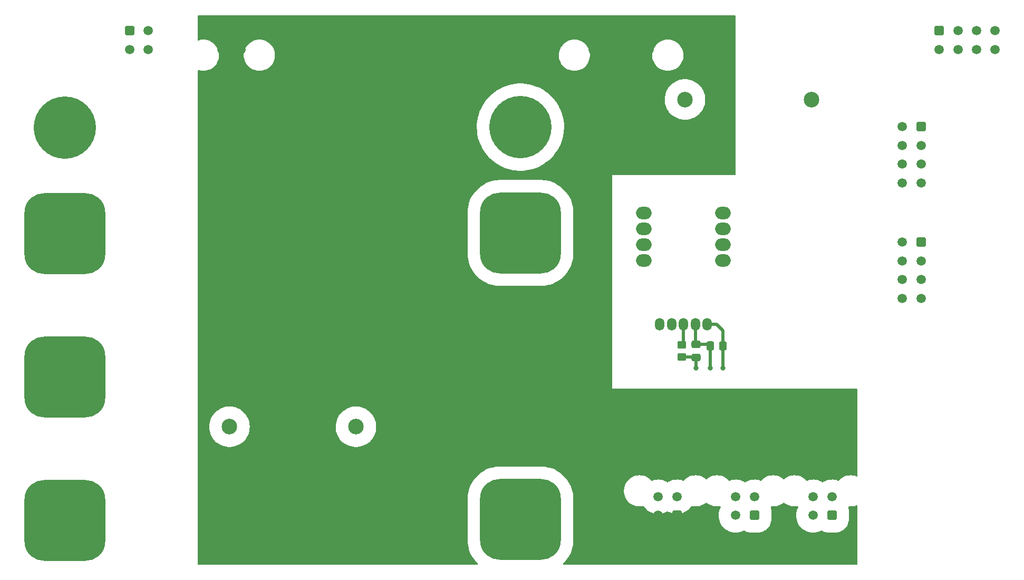
<source format=gbr>
%TF.GenerationSoftware,KiCad,Pcbnew,(6.0.1)*%
%TF.CreationDate,2022-06-01T15:29:14+03:00*%
%TF.ProjectId,Power,506f7765-722e-46b6-9963-61645f706362,rev?*%
%TF.SameCoordinates,Original*%
%TF.FileFunction,Copper,L4,Bot*%
%TF.FilePolarity,Positive*%
%FSLAX46Y46*%
G04 Gerber Fmt 4.6, Leading zero omitted, Abs format (unit mm)*
G04 Created by KiCad (PCBNEW (6.0.1)) date 2022-06-01 15:29:14*
%MOMM*%
%LPD*%
G01*
G04 APERTURE LIST*
G04 Aperture macros list*
%AMRoundRect*
0 Rectangle with rounded corners*
0 $1 Rounding radius*
0 $2 $3 $4 $5 $6 $7 $8 $9 X,Y pos of 4 corners*
0 Add a 4 corners polygon primitive as box body*
4,1,4,$2,$3,$4,$5,$6,$7,$8,$9,$2,$3,0*
0 Add four circle primitives for the rounded corners*
1,1,$1+$1,$2,$3*
1,1,$1+$1,$4,$5*
1,1,$1+$1,$6,$7*
1,1,$1+$1,$8,$9*
0 Add four rect primitives between the rounded corners*
20,1,$1+$1,$2,$3,$4,$5,0*
20,1,$1+$1,$4,$5,$6,$7,0*
20,1,$1+$1,$6,$7,$8,$9,0*
20,1,$1+$1,$8,$9,$2,$3,0*%
G04 Aperture macros list end*
%TA.AperFunction,ComponentPad*%
%ADD10RoundRect,0.250001X-0.499999X0.499999X-0.499999X-0.499999X0.499999X-0.499999X0.499999X0.499999X0*%
%TD*%
%TA.AperFunction,ComponentPad*%
%ADD11C,1.500000*%
%TD*%
%TA.AperFunction,ComponentPad*%
%ADD12RoundRect,0.250001X0.499999X0.499999X-0.499999X0.499999X-0.499999X-0.499999X0.499999X-0.499999X0*%
%TD*%
%TA.AperFunction,WasherPad*%
%ADD13C,10.000000*%
%TD*%
%TA.AperFunction,ComponentPad*%
%ADD14RoundRect,3.250000X-3.250000X-3.250000X3.250000X-3.250000X3.250000X3.250000X-3.250000X3.250000X0*%
%TD*%
%TA.AperFunction,ComponentPad*%
%ADD15C,2.500000*%
%TD*%
%TA.AperFunction,ComponentPad*%
%ADD16RoundRect,0.250001X-0.499999X-0.499999X0.499999X-0.499999X0.499999X0.499999X-0.499999X0.499999X0*%
%TD*%
%TA.AperFunction,SMDPad,CuDef*%
%ADD17RoundRect,0.250000X-0.450000X0.350000X-0.450000X-0.350000X0.450000X-0.350000X0.450000X0.350000X0*%
%TD*%
%TA.AperFunction,ComponentPad*%
%ADD18O,2.500000X2.000000*%
%TD*%
%TA.AperFunction,ComponentPad*%
%ADD19O,1.500000X2.000000*%
%TD*%
%TA.AperFunction,SMDPad,CuDef*%
%ADD20RoundRect,0.250000X0.475000X-0.337500X0.475000X0.337500X-0.475000X0.337500X-0.475000X-0.337500X0*%
%TD*%
%TA.AperFunction,SMDPad,CuDef*%
%ADD21RoundRect,0.250000X0.337500X0.475000X-0.337500X0.475000X-0.337500X-0.475000X0.337500X-0.475000X0*%
%TD*%
%TA.AperFunction,ViaPad*%
%ADD22C,0.800000*%
%TD*%
%TA.AperFunction,Conductor*%
%ADD23C,0.500000*%
%TD*%
G04 APERTURE END LIST*
D10*
%TO.P,J3,1,Pin_1*%
%TO.N,LPSR_IN*%
X218500000Y-87956000D03*
D11*
%TO.P,J3,2,Pin_2*%
X218500000Y-90956000D03*
%TO.P,J3,3,Pin_3*%
X218500000Y-93956000D03*
%TO.P,J3,4,Pin_4*%
X218500000Y-96956000D03*
%TO.P,J3,5,Pin_5*%
X215500000Y-87956000D03*
%TO.P,J3,6,Pin_6*%
X215500000Y-90956000D03*
%TO.P,J3,7,Pin_7*%
X215500000Y-93956000D03*
%TO.P,J3,8,Pin_8*%
X215500000Y-96956000D03*
%TD*%
D12*
%TO.P,J9,1,Pin_1*%
%TO.N,GND*%
X191746000Y-131826000D03*
D11*
%TO.P,J9,2,Pin_2*%
%TO.N,Current_Measure*%
X188746000Y-131826000D03*
%TO.P,J9,3,Pin_3*%
%TO.N,GND*%
X191746000Y-128826000D03*
%TO.P,J9,4,Pin_4*%
%TO.N,Current_Measure*%
X188746000Y-128826000D03*
%TD*%
D12*
%TO.P,J10,1,Pin_1*%
%TO.N,GNDPWR*%
X179300000Y-131826000D03*
D11*
%TO.P,J10,2,Pin_2*%
X176300000Y-131826000D03*
%TO.P,J10,3,Pin_3*%
%TO.N,Voltage_IN*%
X179300000Y-128826000D03*
%TO.P,J10,4,Pin_4*%
%TO.N,Voltage_OUT*%
X176300000Y-128826000D03*
%TD*%
D13*
%TO.P,D2,*%
%TO.N,*%
X81026000Y-69596000D03*
D14*
%TO.P,D2,1,E1*%
%TO.N,Net-(D2-Pad1)*%
X81026000Y-86596000D03*
%TO.P,D2,2,E2*%
%TO.N,Net-(C21-Pad1)*%
X81026000Y-109596000D03*
%TO.P,D2,3,K1*%
%TO.N,unconnected-(D2-Pad3)*%
X81026000Y-132596000D03*
%TD*%
D15*
%TO.P,C24,1*%
%TO.N,Voltage_IN*%
X200894000Y-65031000D03*
X180594000Y-65031000D03*
%TO.P,C24,2*%
%TO.N,GNDPWR*%
X180594000Y-117531000D03*
X200894000Y-117531000D03*
%TD*%
D16*
%TO.P,J1,1,Pin_1*%
%TO.N,Voltage_OUT*%
X91440000Y-54000000D03*
D11*
%TO.P,J1,2,Pin_2*%
X94440000Y-54000000D03*
%TO.P,J1,3,Pin_3*%
X91440000Y-57000000D03*
%TO.P,J1,4,Pin_4*%
X94440000Y-57000000D03*
%TD*%
D16*
%TO.P,J6,1,Pin_1*%
%TO.N,GNDPWR*%
X165840000Y-54000000D03*
D11*
%TO.P,J6,2,Pin_2*%
X168840000Y-54000000D03*
%TO.P,J6,3,Pin_3*%
X171840000Y-54000000D03*
%TO.P,J6,4,Pin_4*%
X174840000Y-54000000D03*
%TO.P,J6,5,Pin_5*%
X165840000Y-57000000D03*
%TO.P,J6,6,Pin_6*%
X168840000Y-57000000D03*
%TO.P,J6,7,Pin_7*%
X171840000Y-57000000D03*
%TO.P,J6,8,Pin_8*%
X174840000Y-57000000D03*
%TD*%
D12*
%TO.P,J8,1,Pin_1*%
%TO.N,+5V*%
X204192000Y-131826000D03*
D11*
%TO.P,J8,2,Pin_2*%
%TO.N,GND*%
X201192000Y-131826000D03*
%TO.P,J8,3,Pin_3*%
%TO.N,+5V*%
X204192000Y-128826000D03*
%TO.P,J8,4,Pin_4*%
%TO.N,GND*%
X201192000Y-128826000D03*
%TD*%
D15*
%TO.P,C21,1*%
%TO.N,Net-(C21-Pad1)*%
X107462000Y-117595000D03*
X127762000Y-117595000D03*
%TO.P,C21,2*%
%TO.N,GNDPWR*%
X107462000Y-65095000D03*
X127762000Y-65095000D03*
%TD*%
D10*
%TO.P,J4,1,Pin_1*%
%TO.N,Voltage_IN*%
X218500000Y-69414000D03*
D11*
%TO.P,J4,2,Pin_2*%
X218500000Y-72414000D03*
%TO.P,J4,3,Pin_3*%
X218500000Y-75414000D03*
%TO.P,J4,4,Pin_4*%
X218500000Y-78414000D03*
%TO.P,J4,5,Pin_5*%
X215500000Y-69414000D03*
%TO.P,J4,6,Pin_6*%
X215500000Y-72414000D03*
%TO.P,J4,7,Pin_7*%
X215500000Y-75414000D03*
%TO.P,J4,8,Pin_8*%
X215500000Y-78414000D03*
%TD*%
D13*
%TO.P,D1,*%
%TO.N,*%
X154178000Y-69474000D03*
D14*
%TO.P,D1,1,E1*%
%TO.N,LPSR_OUT*%
X154178000Y-86474000D03*
%TO.P,D1,2,E2*%
%TO.N,GNDPWR*%
X154178000Y-109474000D03*
%TO.P,D1,3,K1*%
%TO.N,Net-(C21-Pad1)*%
X154178000Y-132474000D03*
%TD*%
D16*
%TO.P,J5,1,Pin_1*%
%TO.N,Voltage_IN*%
X221414000Y-54000000D03*
D11*
%TO.P,J5,2,Pin_2*%
X224414000Y-54000000D03*
%TO.P,J5,3,Pin_3*%
X227414000Y-54000000D03*
%TO.P,J5,4,Pin_4*%
X230414000Y-54000000D03*
%TO.P,J5,5,Pin_5*%
X221414000Y-57000000D03*
%TO.P,J5,6,Pin_6*%
X224414000Y-57000000D03*
%TO.P,J5,7,Pin_7*%
X227414000Y-57000000D03*
%TO.P,J5,8,Pin_8*%
X230414000Y-57000000D03*
%TD*%
D16*
%TO.P,J2,1,Pin_1*%
%TO.N,GNDPWR*%
X106262000Y-54000000D03*
D11*
%TO.P,J2,2,Pin_2*%
X109262000Y-54000000D03*
%TO.P,J2,3,Pin_3*%
X106262000Y-57000000D03*
%TO.P,J2,4,Pin_4*%
X109262000Y-57000000D03*
%TD*%
D17*
%TO.P,R4,1*%
%TO.N,Net-(D4-Pad11)*%
X180086000Y-104410000D03*
%TO.P,R4,2*%
%TO.N,Current_Measure*%
X180086000Y-106410000D03*
%TD*%
D18*
%TO.P,D4,1,INPUT_CURRENT*%
%TO.N,LPSR_IN*%
X186690000Y-83312000D03*
%TO.P,D4,2,INPUT_CURRENT*%
X186690000Y-85852000D03*
%TO.P,D4,3,INPUT_CURRENT*%
X186690000Y-88392000D03*
%TO.P,D4,4,INPUT_CURRENT*%
X186690000Y-90932000D03*
%TO.P,D4,5,OUTPUT_CURRENT*%
%TO.N,LPSR_OUT*%
X173990000Y-83312000D03*
%TO.P,D4,6,OUTPUT_CURRENT*%
X173990000Y-85852000D03*
%TO.P,D4,7,OUTPUT_CURRENT*%
X173990000Y-88392000D03*
%TO.P,D4,8,OUTPUT_CURRENT*%
X173990000Y-90932000D03*
D19*
%TO.P,D4,9,+Uc*%
%TO.N,+5V*%
X184150000Y-101102000D03*
%TO.P,D4,10,GND*%
%TO.N,GND*%
X182245000Y-101102000D03*
%TO.P,D4,11,Vout*%
%TO.N,Net-(D4-Pad11)*%
X180340000Y-101102000D03*
%TO.P,D4,12,Vref*%
%TO.N,unconnected-(D4-Pad12)*%
X178435000Y-101102000D03*
%TO.P,D4,13,OCD*%
%TO.N,unconnected-(D4-Pad13)*%
X176530000Y-101102000D03*
%TD*%
D20*
%TO.P,C7,1*%
%TO.N,Current_Measure*%
X182372000Y-106447500D03*
%TO.P,C7,2*%
%TO.N,GND*%
X182372000Y-104372500D03*
%TD*%
D21*
%TO.P,C3,1*%
%TO.N,+5V*%
X186711500Y-104648000D03*
%TO.P,C3,2*%
%TO.N,GND*%
X184636500Y-104648000D03*
%TD*%
D22*
%TO.N,Current_Measure*%
X182372000Y-108204000D03*
%TO.N,+5V*%
X186711500Y-108182500D03*
%TO.N,GND*%
X184658000Y-108204000D03*
%TD*%
D23*
%TO.N,Current_Measure*%
X180086000Y-106410000D02*
X182334500Y-106410000D01*
X182372000Y-106447500D02*
X182372000Y-108204000D01*
X182334500Y-106410000D02*
X182372000Y-106447500D01*
%TO.N,+5V*%
X186711500Y-104648000D02*
X186711500Y-102129500D01*
X186711500Y-102129500D02*
X185684000Y-101102000D01*
X185684000Y-101102000D02*
X184150000Y-101102000D01*
X186711500Y-104648000D02*
X186711500Y-108182500D01*
%TO.N,GND*%
X184361000Y-104372500D02*
X184636500Y-104648000D01*
X182372000Y-104372500D02*
X184361000Y-104372500D01*
X182245000Y-104245500D02*
X182372000Y-104372500D01*
X182245000Y-101102000D02*
X182245000Y-104245500D01*
X184636500Y-104648000D02*
X184636500Y-108182500D01*
X184636500Y-108182500D02*
X184658000Y-108204000D01*
%TO.N,Net-(D4-Pad11)*%
X180340000Y-101102000D02*
X180340000Y-104156000D01*
X180340000Y-104156000D02*
X180086000Y-104410000D01*
%TD*%
%TA.AperFunction,Conductor*%
%TO.N,GNDPWR*%
G36*
X188664121Y-51550002D02*
G01*
X188710614Y-51603658D01*
X188722000Y-51656000D01*
X188722000Y-77090000D01*
X188701998Y-77158121D01*
X188648342Y-77204614D01*
X188596000Y-77216000D01*
X168910000Y-77216000D01*
X168910000Y-111506000D01*
X208186000Y-111506000D01*
X208254121Y-111526002D01*
X208300614Y-111579658D01*
X208312000Y-111632000D01*
X208312000Y-125450977D01*
X208291998Y-125519098D01*
X208238342Y-125565591D01*
X208168068Y-125575695D01*
X208132352Y-125564985D01*
X208125207Y-125561622D01*
X208117905Y-125558186D01*
X208117901Y-125558184D01*
X208114315Y-125556497D01*
X207815079Y-125459269D01*
X207506015Y-125400312D01*
X207412511Y-125394429D01*
X207272578Y-125385625D01*
X207272562Y-125385624D01*
X207270583Y-125385500D01*
X207113417Y-125385500D01*
X207111438Y-125385624D01*
X207111422Y-125385625D01*
X206971489Y-125394429D01*
X206877985Y-125400312D01*
X206568921Y-125459269D01*
X206269685Y-125556497D01*
X206266099Y-125558184D01*
X206266095Y-125558186D01*
X205988579Y-125688775D01*
X205988572Y-125688779D01*
X205984993Y-125690463D01*
X205719337Y-125859053D01*
X205476906Y-126059610D01*
X205322065Y-126224499D01*
X205260853Y-126260463D01*
X205185063Y-126255877D01*
X205182952Y-126255067D01*
X205179493Y-126253494D01*
X204863288Y-126153491D01*
X204718802Y-126126321D01*
X204541083Y-126092901D01*
X204541078Y-126092900D01*
X204537359Y-126092201D01*
X204206428Y-126070511D01*
X204202648Y-126070719D01*
X204202647Y-126070719D01*
X204104888Y-126076099D01*
X203875288Y-126088735D01*
X203871561Y-126089396D01*
X203871557Y-126089396D01*
X203606350Y-126136397D01*
X203548735Y-126146608D01*
X203545110Y-126147713D01*
X203545105Y-126147714D01*
X203296529Y-126223475D01*
X203231500Y-126243294D01*
X202928179Y-126377391D01*
X202810937Y-126447143D01*
X202756230Y-126479690D01*
X202687460Y-126497330D01*
X202626254Y-126479010D01*
X202484625Y-126392729D01*
X202484626Y-126392729D01*
X202481393Y-126390760D01*
X202360909Y-126335979D01*
X202182945Y-126255063D01*
X202182937Y-126255060D01*
X202179493Y-126253494D01*
X201863288Y-126153491D01*
X201718802Y-126126321D01*
X201541083Y-126092901D01*
X201541078Y-126092900D01*
X201537359Y-126092201D01*
X201206428Y-126070511D01*
X201202648Y-126070719D01*
X201202647Y-126070719D01*
X201104888Y-126076099D01*
X200875288Y-126088735D01*
X200871561Y-126089396D01*
X200871557Y-126089396D01*
X200606350Y-126136397D01*
X200548735Y-126146608D01*
X200545110Y-126147713D01*
X200545105Y-126147714D01*
X200296529Y-126223475D01*
X200231500Y-126243294D01*
X200205819Y-126254647D01*
X200135430Y-126263897D01*
X200071212Y-126233622D01*
X200063025Y-126225659D01*
X199909809Y-126062501D01*
X199909808Y-126062500D01*
X199907094Y-126059610D01*
X199664663Y-125859053D01*
X199399007Y-125690463D01*
X199395428Y-125688779D01*
X199395421Y-125688775D01*
X199117905Y-125558186D01*
X199117901Y-125558184D01*
X199114315Y-125556497D01*
X198815079Y-125459269D01*
X198506015Y-125400312D01*
X198412511Y-125394429D01*
X198272578Y-125385625D01*
X198272562Y-125385624D01*
X198270583Y-125385500D01*
X198113417Y-125385500D01*
X198111438Y-125385624D01*
X198111422Y-125385625D01*
X197971489Y-125394429D01*
X197877985Y-125400312D01*
X197568921Y-125459269D01*
X197269685Y-125556497D01*
X197266099Y-125558184D01*
X197266095Y-125558186D01*
X196988579Y-125688775D01*
X196988572Y-125688779D01*
X196984993Y-125690463D01*
X196719337Y-125859053D01*
X196716285Y-125861578D01*
X196549316Y-125999707D01*
X196484078Y-126027717D01*
X196414053Y-126016010D01*
X196388684Y-125999707D01*
X196221715Y-125861578D01*
X196218663Y-125859053D01*
X195953007Y-125690463D01*
X195949428Y-125688779D01*
X195949421Y-125688775D01*
X195671905Y-125558186D01*
X195671901Y-125558184D01*
X195668315Y-125556497D01*
X195369079Y-125459269D01*
X195060015Y-125400312D01*
X194966511Y-125394429D01*
X194826578Y-125385625D01*
X194826562Y-125385624D01*
X194824583Y-125385500D01*
X194667417Y-125385500D01*
X194665438Y-125385624D01*
X194665422Y-125385625D01*
X194525489Y-125394429D01*
X194431985Y-125400312D01*
X194122921Y-125459269D01*
X193823685Y-125556497D01*
X193820099Y-125558184D01*
X193820095Y-125558186D01*
X193542579Y-125688775D01*
X193542572Y-125688779D01*
X193538993Y-125690463D01*
X193273337Y-125859053D01*
X193030906Y-126059610D01*
X192876065Y-126224499D01*
X192814853Y-126260463D01*
X192739063Y-126255877D01*
X192736952Y-126255067D01*
X192733493Y-126253494D01*
X192417288Y-126153491D01*
X192272802Y-126126321D01*
X192095083Y-126092901D01*
X192095078Y-126092900D01*
X192091359Y-126092201D01*
X191760428Y-126070511D01*
X191756648Y-126070719D01*
X191756647Y-126070719D01*
X191658888Y-126076099D01*
X191429288Y-126088735D01*
X191425561Y-126089396D01*
X191425557Y-126089396D01*
X191160350Y-126136397D01*
X191102735Y-126146608D01*
X191099110Y-126147713D01*
X191099105Y-126147714D01*
X190850529Y-126223475D01*
X190785500Y-126243294D01*
X190482179Y-126377391D01*
X190364937Y-126447143D01*
X190310230Y-126479690D01*
X190241460Y-126497330D01*
X190180254Y-126479010D01*
X190038625Y-126392729D01*
X190038626Y-126392729D01*
X190035393Y-126390760D01*
X189914909Y-126335979D01*
X189736945Y-126255063D01*
X189736937Y-126255060D01*
X189733493Y-126253494D01*
X189417288Y-126153491D01*
X189272802Y-126126321D01*
X189095083Y-126092901D01*
X189095078Y-126092900D01*
X189091359Y-126092201D01*
X188760428Y-126070511D01*
X188756648Y-126070719D01*
X188756647Y-126070719D01*
X188658888Y-126076099D01*
X188429288Y-126088735D01*
X188425561Y-126089396D01*
X188425557Y-126089396D01*
X188160350Y-126136397D01*
X188102735Y-126146608D01*
X188099110Y-126147713D01*
X188099105Y-126147714D01*
X187850529Y-126223475D01*
X187785500Y-126243294D01*
X187759819Y-126254647D01*
X187689430Y-126263897D01*
X187625212Y-126233622D01*
X187617025Y-126225659D01*
X187463809Y-126062501D01*
X187463808Y-126062500D01*
X187461094Y-126059610D01*
X187218663Y-125859053D01*
X186953007Y-125690463D01*
X186949428Y-125688779D01*
X186949421Y-125688775D01*
X186671905Y-125558186D01*
X186671901Y-125558184D01*
X186668315Y-125556497D01*
X186369079Y-125459269D01*
X186060015Y-125400312D01*
X185966511Y-125394429D01*
X185826578Y-125385625D01*
X185826562Y-125385624D01*
X185824583Y-125385500D01*
X185667417Y-125385500D01*
X185665438Y-125385624D01*
X185665422Y-125385625D01*
X185525489Y-125394429D01*
X185431985Y-125400312D01*
X185122921Y-125459269D01*
X184823685Y-125556497D01*
X184820099Y-125558184D01*
X184820095Y-125558186D01*
X184542579Y-125688775D01*
X184542572Y-125688779D01*
X184538993Y-125690463D01*
X184273337Y-125859053D01*
X184270285Y-125861578D01*
X184103316Y-125999707D01*
X184038078Y-126027717D01*
X183968053Y-126016010D01*
X183942684Y-125999707D01*
X183775715Y-125861578D01*
X183772663Y-125859053D01*
X183507007Y-125690463D01*
X183503428Y-125688779D01*
X183503421Y-125688775D01*
X183225905Y-125558186D01*
X183225901Y-125558184D01*
X183222315Y-125556497D01*
X182923079Y-125459269D01*
X182614015Y-125400312D01*
X182520511Y-125394429D01*
X182380578Y-125385625D01*
X182380562Y-125385624D01*
X182378583Y-125385500D01*
X182221417Y-125385500D01*
X182219438Y-125385624D01*
X182219422Y-125385625D01*
X182079489Y-125394429D01*
X181985985Y-125400312D01*
X181676921Y-125459269D01*
X181377685Y-125556497D01*
X181374099Y-125558184D01*
X181374095Y-125558186D01*
X181096579Y-125688775D01*
X181096572Y-125688779D01*
X181092993Y-125690463D01*
X180827337Y-125859053D01*
X180584906Y-126059610D01*
X180430065Y-126224499D01*
X180368853Y-126260463D01*
X180293063Y-126255877D01*
X180290952Y-126255067D01*
X180287493Y-126253494D01*
X179971288Y-126153491D01*
X179826802Y-126126321D01*
X179649083Y-126092901D01*
X179649078Y-126092900D01*
X179645359Y-126092201D01*
X179314428Y-126070511D01*
X179310648Y-126070719D01*
X179310647Y-126070719D01*
X179212888Y-126076099D01*
X178983288Y-126088735D01*
X178979561Y-126089396D01*
X178979557Y-126089396D01*
X178714350Y-126136397D01*
X178656735Y-126146608D01*
X178653110Y-126147713D01*
X178653105Y-126147714D01*
X178404529Y-126223475D01*
X178339500Y-126243294D01*
X178036179Y-126377391D01*
X177918937Y-126447143D01*
X177864230Y-126479690D01*
X177795460Y-126497330D01*
X177734254Y-126479010D01*
X177592625Y-126392729D01*
X177592626Y-126392729D01*
X177589393Y-126390760D01*
X177468909Y-126335979D01*
X177290945Y-126255063D01*
X177290937Y-126255060D01*
X177287493Y-126253494D01*
X176971288Y-126153491D01*
X176826802Y-126126321D01*
X176649083Y-126092901D01*
X176649078Y-126092900D01*
X176645359Y-126092201D01*
X176314428Y-126070511D01*
X176310648Y-126070719D01*
X176310647Y-126070719D01*
X176212888Y-126076099D01*
X175983288Y-126088735D01*
X175979561Y-126089396D01*
X175979557Y-126089396D01*
X175714350Y-126136397D01*
X175656735Y-126146608D01*
X175653110Y-126147713D01*
X175653105Y-126147714D01*
X175404529Y-126223475D01*
X175339500Y-126243294D01*
X175313819Y-126254647D01*
X175243430Y-126263897D01*
X175179212Y-126233622D01*
X175171025Y-126225659D01*
X175017809Y-126062501D01*
X175017808Y-126062500D01*
X175015094Y-126059610D01*
X174772663Y-125859053D01*
X174507007Y-125690463D01*
X174503428Y-125688779D01*
X174503421Y-125688775D01*
X174225905Y-125558186D01*
X174225901Y-125558184D01*
X174222315Y-125556497D01*
X173923079Y-125459269D01*
X173614015Y-125400312D01*
X173520511Y-125394429D01*
X173380578Y-125385625D01*
X173380562Y-125385624D01*
X173378583Y-125385500D01*
X173221417Y-125385500D01*
X173219438Y-125385624D01*
X173219422Y-125385625D01*
X173079489Y-125394429D01*
X172985985Y-125400312D01*
X172676921Y-125459269D01*
X172377685Y-125556497D01*
X172374099Y-125558184D01*
X172374095Y-125558186D01*
X172096579Y-125688775D01*
X172096572Y-125688779D01*
X172092993Y-125690463D01*
X171827337Y-125859053D01*
X171584906Y-126059610D01*
X171369522Y-126288970D01*
X171367195Y-126292172D01*
X171367194Y-126292174D01*
X171202777Y-126518476D01*
X171184584Y-126543516D01*
X171033006Y-126819234D01*
X170917181Y-127111775D01*
X170916197Y-127115609D01*
X170916194Y-127115617D01*
X170867807Y-127304074D01*
X170838934Y-127416527D01*
X170838438Y-127420455D01*
X170838437Y-127420459D01*
X170822783Y-127544375D01*
X170799500Y-127728682D01*
X170799500Y-128043318D01*
X170799997Y-128047249D01*
X170833710Y-128314117D01*
X170838934Y-128355473D01*
X170839920Y-128359312D01*
X170916194Y-128656383D01*
X170916197Y-128656391D01*
X170917181Y-128660225D01*
X171033006Y-128952766D01*
X171184584Y-129228484D01*
X171369522Y-129483030D01*
X171584906Y-129712390D01*
X171827337Y-129912947D01*
X172092993Y-130081537D01*
X172096572Y-130083221D01*
X172096579Y-130083225D01*
X172374095Y-130213814D01*
X172374099Y-130213816D01*
X172377685Y-130215503D01*
X172676921Y-130312731D01*
X172985985Y-130371688D01*
X173079489Y-130377571D01*
X173219422Y-130386375D01*
X173219438Y-130386376D01*
X173221417Y-130386500D01*
X173378583Y-130386500D01*
X173380562Y-130386376D01*
X173380578Y-130386375D01*
X173520511Y-130377571D01*
X173614015Y-130371688D01*
X173891542Y-130318747D01*
X173962203Y-130325630D01*
X174015314Y-130366073D01*
X174211780Y-130623505D01*
X174211785Y-130623510D01*
X174214080Y-130626518D01*
X174445496Y-130864073D01*
X174703775Y-131072107D01*
X174707000Y-131074118D01*
X174707001Y-131074119D01*
X174978830Y-131243646D01*
X174985176Y-131247604D01*
X175285623Y-131388024D01*
X175289232Y-131389207D01*
X175536035Y-131470113D01*
X175600763Y-131491332D01*
X175926032Y-131556032D01*
X175929804Y-131556319D01*
X175929812Y-131556320D01*
X176252941Y-131580900D01*
X176252946Y-131580900D01*
X176256718Y-131581187D01*
X176588031Y-131566432D01*
X176915172Y-131511981D01*
X176918806Y-131510915D01*
X176918810Y-131510914D01*
X177083451Y-131462613D01*
X177233401Y-131418622D01*
X177538111Y-131287709D01*
X177737289Y-131172017D01*
X177806239Y-131155098D01*
X177867251Y-131174059D01*
X177985176Y-131247604D01*
X178285623Y-131388024D01*
X178289232Y-131389207D01*
X178536035Y-131470113D01*
X178600763Y-131491332D01*
X178926032Y-131556032D01*
X178929804Y-131556319D01*
X178929812Y-131556320D01*
X179252941Y-131580900D01*
X179252946Y-131580900D01*
X179256718Y-131581187D01*
X179588031Y-131566432D01*
X179915172Y-131511981D01*
X179918806Y-131510915D01*
X179918810Y-131510914D01*
X180083451Y-131462613D01*
X180233401Y-131418622D01*
X180538111Y-131287709D01*
X180824885Y-131121137D01*
X180827911Y-131118853D01*
X180827918Y-131118848D01*
X181086545Y-130923604D01*
X181089572Y-130921319D01*
X181328335Y-130691150D01*
X181537718Y-130433964D01*
X181575126Y-130374676D01*
X181628391Y-130327739D01*
X181705297Y-130318144D01*
X181985985Y-130371688D01*
X182079489Y-130377571D01*
X182219422Y-130386375D01*
X182219438Y-130386376D01*
X182221417Y-130386500D01*
X182378583Y-130386500D01*
X182380562Y-130386376D01*
X182380578Y-130386375D01*
X182520511Y-130377571D01*
X182614015Y-130371688D01*
X182923079Y-130312731D01*
X183222315Y-130215503D01*
X183225901Y-130213816D01*
X183225905Y-130213814D01*
X183503421Y-130083225D01*
X183503428Y-130083221D01*
X183507007Y-130081537D01*
X183772663Y-129912947D01*
X183942684Y-129772293D01*
X184007922Y-129744283D01*
X184077947Y-129755990D01*
X184103316Y-129772293D01*
X184273337Y-129912947D01*
X184538993Y-130081537D01*
X184542572Y-130083221D01*
X184542579Y-130083225D01*
X184820095Y-130213814D01*
X184820099Y-130213816D01*
X184823685Y-130215503D01*
X185122921Y-130312731D01*
X185431985Y-130371688D01*
X185525489Y-130377571D01*
X185665422Y-130386375D01*
X185665438Y-130386376D01*
X185667417Y-130386500D01*
X185824583Y-130386500D01*
X185826562Y-130386376D01*
X185826578Y-130386375D01*
X185966511Y-130377571D01*
X186060015Y-130371688D01*
X186106178Y-130362882D01*
X186178731Y-130349042D01*
X186249393Y-130355925D01*
X186305117Y-130399919D01*
X186328209Y-130467055D01*
X186316767Y-130525561D01*
X186178700Y-130825051D01*
X186177541Y-130828651D01*
X186177538Y-130828658D01*
X186078205Y-131137119D01*
X186077043Y-131140728D01*
X186076324Y-131144444D01*
X186076322Y-131144452D01*
X186014766Y-131462613D01*
X186014765Y-131462622D01*
X186014047Y-131466332D01*
X186013780Y-131470108D01*
X186013779Y-131470113D01*
X185990892Y-131793356D01*
X185990624Y-131797145D01*
X186007114Y-132128376D01*
X186007755Y-132132107D01*
X186007756Y-132132115D01*
X186055552Y-132410268D01*
X186063277Y-132455227D01*
X186158300Y-132772964D01*
X186290807Y-133076983D01*
X186292730Y-133080254D01*
X186292732Y-133080258D01*
X186456956Y-133359612D01*
X186456961Y-133359620D01*
X186458879Y-133362882D01*
X186461180Y-133365897D01*
X186657780Y-133623505D01*
X186657785Y-133623510D01*
X186660080Y-133626518D01*
X186891496Y-133864073D01*
X187149775Y-134072107D01*
X187153000Y-134074118D01*
X187153001Y-134074119D01*
X187422128Y-134241961D01*
X187431176Y-134247604D01*
X187731623Y-134388024D01*
X188046763Y-134491332D01*
X188372032Y-134556032D01*
X188375804Y-134556319D01*
X188375812Y-134556320D01*
X188698941Y-134580900D01*
X188698946Y-134580900D01*
X188702718Y-134581187D01*
X189034031Y-134566432D01*
X189361172Y-134511981D01*
X189364806Y-134510915D01*
X189364810Y-134510914D01*
X189506786Y-134469262D01*
X189679401Y-134418622D01*
X189689380Y-134414335D01*
X189980615Y-134289211D01*
X189984111Y-134287709D01*
X189995365Y-134281172D01*
X190064317Y-134264255D01*
X190121262Y-134280785D01*
X190121583Y-134280969D01*
X190125057Y-134283277D01*
X190128812Y-134285108D01*
X190128813Y-134285109D01*
X190211646Y-134325509D01*
X190393767Y-134414335D01*
X190397738Y-134415656D01*
X190397743Y-134415658D01*
X190536407Y-134461785D01*
X190677449Y-134508704D01*
X190681556Y-134509487D01*
X190681558Y-134509488D01*
X190697888Y-134512603D01*
X190971120Y-134564725D01*
X191163645Y-134576500D01*
X191746000Y-134576500D01*
X192328354Y-134576499D01*
X192330266Y-134576382D01*
X192330268Y-134576382D01*
X192516874Y-134564970D01*
X192520880Y-134564725D01*
X192524818Y-134563974D01*
X192524824Y-134563973D01*
X192810442Y-134509488D01*
X192810444Y-134509487D01*
X192814551Y-134508704D01*
X192955593Y-134461785D01*
X193094257Y-134415658D01*
X193094262Y-134415656D01*
X193098233Y-134414335D01*
X193366943Y-134283277D01*
X193615958Y-134117831D01*
X193840905Y-133920905D01*
X194037831Y-133695958D01*
X194203277Y-133446943D01*
X194334335Y-133178233D01*
X194428704Y-132894551D01*
X194484725Y-132600880D01*
X194496500Y-132408355D01*
X194496499Y-131243646D01*
X194489124Y-131123043D01*
X194484970Y-131055126D01*
X194484725Y-131051120D01*
X194449499Y-130866457D01*
X194429488Y-130761558D01*
X194429487Y-130761556D01*
X194428704Y-130757449D01*
X194385149Y-130626518D01*
X194356529Y-130540483D01*
X194354006Y-130469531D01*
X194390243Y-130408479D01*
X194453735Y-130376709D01*
X194483996Y-130374960D01*
X194565144Y-130380066D01*
X194665422Y-130386375D01*
X194665438Y-130386376D01*
X194667417Y-130386500D01*
X194824583Y-130386500D01*
X194826562Y-130386376D01*
X194826578Y-130386375D01*
X194966511Y-130377571D01*
X195060015Y-130371688D01*
X195369079Y-130312731D01*
X195668315Y-130215503D01*
X195671901Y-130213816D01*
X195671905Y-130213814D01*
X195949421Y-130083225D01*
X195949428Y-130083221D01*
X195953007Y-130081537D01*
X196218663Y-129912947D01*
X196388684Y-129772293D01*
X196453922Y-129744283D01*
X196523947Y-129755990D01*
X196549316Y-129772293D01*
X196719337Y-129912947D01*
X196984993Y-130081537D01*
X196988572Y-130083221D01*
X196988579Y-130083225D01*
X197266095Y-130213814D01*
X197266099Y-130213816D01*
X197269685Y-130215503D01*
X197568921Y-130312731D01*
X197877985Y-130371688D01*
X197971489Y-130377571D01*
X198111422Y-130386375D01*
X198111438Y-130386376D01*
X198113417Y-130386500D01*
X198270583Y-130386500D01*
X198272562Y-130386376D01*
X198272578Y-130386375D01*
X198412511Y-130377571D01*
X198506015Y-130371688D01*
X198552178Y-130362882D01*
X198624731Y-130349042D01*
X198695393Y-130355925D01*
X198751117Y-130399919D01*
X198774209Y-130467055D01*
X198762767Y-130525561D01*
X198624700Y-130825051D01*
X198623541Y-130828651D01*
X198623538Y-130828658D01*
X198524205Y-131137119D01*
X198523043Y-131140728D01*
X198522324Y-131144444D01*
X198522322Y-131144452D01*
X198460766Y-131462613D01*
X198460765Y-131462622D01*
X198460047Y-131466332D01*
X198459780Y-131470108D01*
X198459779Y-131470113D01*
X198436892Y-131793356D01*
X198436624Y-131797145D01*
X198453114Y-132128376D01*
X198453755Y-132132107D01*
X198453756Y-132132115D01*
X198501552Y-132410268D01*
X198509277Y-132455227D01*
X198604300Y-132772964D01*
X198736807Y-133076983D01*
X198738730Y-133080254D01*
X198738732Y-133080258D01*
X198902956Y-133359612D01*
X198902961Y-133359620D01*
X198904879Y-133362882D01*
X198907180Y-133365897D01*
X199103780Y-133623505D01*
X199103785Y-133623510D01*
X199106080Y-133626518D01*
X199337496Y-133864073D01*
X199595775Y-134072107D01*
X199599000Y-134074118D01*
X199599001Y-134074119D01*
X199868128Y-134241961D01*
X199877176Y-134247604D01*
X200177623Y-134388024D01*
X200492763Y-134491332D01*
X200818032Y-134556032D01*
X200821804Y-134556319D01*
X200821812Y-134556320D01*
X201144941Y-134580900D01*
X201144946Y-134580900D01*
X201148718Y-134581187D01*
X201480031Y-134566432D01*
X201807172Y-134511981D01*
X201810806Y-134510915D01*
X201810810Y-134510914D01*
X201952786Y-134469262D01*
X202125401Y-134418622D01*
X202135380Y-134414335D01*
X202426615Y-134289211D01*
X202430111Y-134287709D01*
X202441365Y-134281172D01*
X202510317Y-134264255D01*
X202567262Y-134280785D01*
X202567583Y-134280969D01*
X202571057Y-134283277D01*
X202574812Y-134285108D01*
X202574813Y-134285109D01*
X202657646Y-134325509D01*
X202839767Y-134414335D01*
X202843738Y-134415656D01*
X202843743Y-134415658D01*
X202982407Y-134461785D01*
X203123449Y-134508704D01*
X203127556Y-134509487D01*
X203127558Y-134509488D01*
X203143888Y-134512603D01*
X203417120Y-134564725D01*
X203609645Y-134576500D01*
X204192000Y-134576500D01*
X204774354Y-134576499D01*
X204776266Y-134576382D01*
X204776268Y-134576382D01*
X204962874Y-134564970D01*
X204966880Y-134564725D01*
X204970818Y-134563974D01*
X204970824Y-134563973D01*
X205256442Y-134509488D01*
X205256444Y-134509487D01*
X205260551Y-134508704D01*
X205401593Y-134461785D01*
X205540257Y-134415658D01*
X205540262Y-134415656D01*
X205544233Y-134414335D01*
X205812943Y-134283277D01*
X206061958Y-134117831D01*
X206286905Y-133920905D01*
X206483831Y-133695958D01*
X206649277Y-133446943D01*
X206780335Y-133178233D01*
X206874704Y-132894551D01*
X206930725Y-132600880D01*
X206942500Y-132408355D01*
X206942499Y-131243646D01*
X206935124Y-131123043D01*
X206930970Y-131055126D01*
X206930725Y-131051120D01*
X206895499Y-130866457D01*
X206875488Y-130761558D01*
X206875487Y-130761556D01*
X206874704Y-130757449D01*
X206831149Y-130626518D01*
X206802529Y-130540483D01*
X206800006Y-130469531D01*
X206836243Y-130408479D01*
X206899735Y-130376709D01*
X206929996Y-130374960D01*
X207011144Y-130380066D01*
X207111422Y-130386375D01*
X207111438Y-130386376D01*
X207113417Y-130386500D01*
X207270583Y-130386500D01*
X207272562Y-130386376D01*
X207272578Y-130386375D01*
X207412511Y-130377571D01*
X207506015Y-130371688D01*
X207815079Y-130312731D01*
X208114315Y-130215503D01*
X208117901Y-130213816D01*
X208117905Y-130213814D01*
X208125207Y-130210378D01*
X208132351Y-130207016D01*
X208202503Y-130196108D01*
X208267417Y-130224861D01*
X208306482Y-130284144D01*
X208312000Y-130321023D01*
X208312000Y-139606000D01*
X208291998Y-139674121D01*
X208238342Y-139720614D01*
X208186000Y-139732000D01*
X161149767Y-139732000D01*
X161081646Y-139711998D01*
X161035153Y-139658342D01*
X161025049Y-139588068D01*
X161054543Y-139523488D01*
X161064637Y-139513108D01*
X161144201Y-139440201D01*
X161453948Y-139102172D01*
X161733055Y-138738432D01*
X161979398Y-138351751D01*
X162191102Y-137945071D01*
X162366556Y-137521488D01*
X162504425Y-137084224D01*
X162603659Y-136636608D01*
X162663503Y-136182047D01*
X162678500Y-135838563D01*
X162678499Y-129109438D01*
X162663503Y-128765953D01*
X162609968Y-128359312D01*
X162604018Y-128314117D01*
X162604017Y-128314111D01*
X162603659Y-128311392D01*
X162504425Y-127863776D01*
X162503596Y-127861146D01*
X162367385Y-127429140D01*
X162367382Y-127429132D01*
X162366556Y-127426512D01*
X162191102Y-127002929D01*
X161979398Y-126596249D01*
X161733055Y-126209568D01*
X161550581Y-125971762D01*
X161455612Y-125847996D01*
X161455607Y-125847990D01*
X161453948Y-125845828D01*
X161144201Y-125507799D01*
X160806172Y-125198052D01*
X160804010Y-125196393D01*
X160804004Y-125196388D01*
X160680238Y-125101419D01*
X160442432Y-124918945D01*
X160055751Y-124672602D01*
X159649071Y-124460898D01*
X159225488Y-124285444D01*
X159222868Y-124284618D01*
X159222860Y-124284615D01*
X158790854Y-124148404D01*
X158790849Y-124148403D01*
X158788224Y-124147575D01*
X158340608Y-124048341D01*
X158337889Y-124047983D01*
X158337883Y-124047982D01*
X158167372Y-124025534D01*
X157886047Y-123988497D01*
X157883298Y-123988377D01*
X157883287Y-123988376D01*
X157543939Y-123973560D01*
X157543935Y-123973560D01*
X157542563Y-123973500D01*
X157541187Y-123973500D01*
X154178001Y-123973501D01*
X150813438Y-123973501D01*
X150812066Y-123973561D01*
X150812061Y-123973561D01*
X150747146Y-123976395D01*
X150469953Y-123988497D01*
X150188628Y-124025534D01*
X150018117Y-124047982D01*
X150018111Y-124047983D01*
X150015392Y-124048341D01*
X149567776Y-124147575D01*
X149565151Y-124148403D01*
X149565146Y-124148404D01*
X149133140Y-124284615D01*
X149133132Y-124284618D01*
X149130512Y-124285444D01*
X148706929Y-124460898D01*
X148300249Y-124672602D01*
X147913568Y-124918945D01*
X147675762Y-125101419D01*
X147551996Y-125196388D01*
X147551990Y-125196393D01*
X147549828Y-125198052D01*
X147211799Y-125507799D01*
X146902052Y-125845828D01*
X146900393Y-125847990D01*
X146900388Y-125847996D01*
X146805419Y-125971762D01*
X146622945Y-126209568D01*
X146376602Y-126596249D01*
X146164898Y-127002929D01*
X145989444Y-127426512D01*
X145988618Y-127429132D01*
X145988615Y-127429140D01*
X145852404Y-127861146D01*
X145851575Y-127863776D01*
X145752341Y-128311392D01*
X145751983Y-128314111D01*
X145751982Y-128314117D01*
X145746032Y-128359312D01*
X145692497Y-128765953D01*
X145677500Y-129109437D01*
X145677501Y-135838562D01*
X145692497Y-136182047D01*
X145752341Y-136636608D01*
X145851575Y-137084224D01*
X145989444Y-137521488D01*
X146164898Y-137945071D01*
X146376602Y-138351751D01*
X146622945Y-138738432D01*
X146902052Y-139102172D01*
X147211799Y-139440201D01*
X147291359Y-139513104D01*
X147328068Y-139573872D01*
X147326097Y-139644841D01*
X147286070Y-139703479D01*
X147220695Y-139731167D01*
X147206233Y-139732000D01*
X102488000Y-139732000D01*
X102419879Y-139711998D01*
X102373386Y-139658342D01*
X102362000Y-139606000D01*
X102362000Y-117583637D01*
X104206746Y-117583637D01*
X104224559Y-117935269D01*
X104225096Y-117938624D01*
X104225097Y-117938630D01*
X104229986Y-117969152D01*
X104280243Y-118282920D01*
X104373149Y-118622524D01*
X104502187Y-118950108D01*
X104665850Y-119261840D01*
X104667751Y-119264669D01*
X104667757Y-119264679D01*
X104848851Y-119534173D01*
X104862223Y-119554073D01*
X105089007Y-119823388D01*
X105091467Y-119825739D01*
X105091470Y-119825742D01*
X105341089Y-120064283D01*
X105341096Y-120064289D01*
X105343552Y-120066636D01*
X105622878Y-120280971D01*
X105625796Y-120282745D01*
X105920803Y-120462112D01*
X105920808Y-120462115D01*
X105923718Y-120463884D01*
X106242553Y-120613237D01*
X106245771Y-120614339D01*
X106245774Y-120614340D01*
X106572430Y-120726180D01*
X106572438Y-120726182D01*
X106575653Y-120727283D01*
X106919122Y-120804687D01*
X106967474Y-120810196D01*
X107265559Y-120844159D01*
X107265567Y-120844159D01*
X107268942Y-120844544D01*
X107272346Y-120844562D01*
X107272349Y-120844562D01*
X107464330Y-120845567D01*
X107621019Y-120846388D01*
X107624405Y-120846038D01*
X107624407Y-120846038D01*
X107967845Y-120810547D01*
X107967853Y-120810546D01*
X107971237Y-120810196D01*
X107974570Y-120809481D01*
X107974573Y-120809481D01*
X108144021Y-120773155D01*
X108315498Y-120736393D01*
X108649774Y-120625842D01*
X108970156Y-120479835D01*
X109063584Y-120424362D01*
X109269950Y-120301831D01*
X109269955Y-120301828D01*
X109272895Y-120300082D01*
X109298349Y-120280971D01*
X109551718Y-120090737D01*
X109551727Y-120090730D01*
X109554450Y-120088685D01*
X109811527Y-119848116D01*
X110041120Y-119581190D01*
X110145855Y-119428799D01*
X110238612Y-119293838D01*
X110238617Y-119293831D01*
X110240542Y-119291029D01*
X110242154Y-119288035D01*
X110242159Y-119288027D01*
X110405838Y-118984040D01*
X110407460Y-118981028D01*
X110539922Y-118654814D01*
X110550058Y-118619233D01*
X110635444Y-118319479D01*
X110636378Y-118316201D01*
X110695701Y-117969152D01*
X110697774Y-117935269D01*
X110717085Y-117619522D01*
X110717195Y-117617726D01*
X110717274Y-117595000D01*
X110716659Y-117583637D01*
X124506746Y-117583637D01*
X124524559Y-117935269D01*
X124525096Y-117938624D01*
X124525097Y-117938630D01*
X124529986Y-117969152D01*
X124580243Y-118282920D01*
X124673149Y-118622524D01*
X124802187Y-118950108D01*
X124965850Y-119261840D01*
X124967751Y-119264669D01*
X124967757Y-119264679D01*
X125148851Y-119534173D01*
X125162223Y-119554073D01*
X125389007Y-119823388D01*
X125391467Y-119825739D01*
X125391470Y-119825742D01*
X125641089Y-120064283D01*
X125641096Y-120064289D01*
X125643552Y-120066636D01*
X125922878Y-120280971D01*
X125925796Y-120282745D01*
X126220803Y-120462112D01*
X126220808Y-120462115D01*
X126223718Y-120463884D01*
X126542553Y-120613237D01*
X126545771Y-120614339D01*
X126545774Y-120614340D01*
X126872430Y-120726180D01*
X126872438Y-120726182D01*
X126875653Y-120727283D01*
X127219122Y-120804687D01*
X127267474Y-120810196D01*
X127565559Y-120844159D01*
X127565567Y-120844159D01*
X127568942Y-120844544D01*
X127572346Y-120844562D01*
X127572349Y-120844562D01*
X127764330Y-120845567D01*
X127921019Y-120846388D01*
X127924405Y-120846038D01*
X127924407Y-120846038D01*
X128267845Y-120810547D01*
X128267853Y-120810546D01*
X128271237Y-120810196D01*
X128274570Y-120809481D01*
X128274573Y-120809481D01*
X128444021Y-120773155D01*
X128615498Y-120736393D01*
X128949774Y-120625842D01*
X129270156Y-120479835D01*
X129363584Y-120424362D01*
X129569950Y-120301831D01*
X129569955Y-120301828D01*
X129572895Y-120300082D01*
X129598349Y-120280971D01*
X129851718Y-120090737D01*
X129851727Y-120090730D01*
X129854450Y-120088685D01*
X130111527Y-119848116D01*
X130341120Y-119581190D01*
X130445855Y-119428799D01*
X130538612Y-119293838D01*
X130538617Y-119293831D01*
X130540542Y-119291029D01*
X130542154Y-119288035D01*
X130542159Y-119288027D01*
X130705838Y-118984040D01*
X130707460Y-118981028D01*
X130839922Y-118654814D01*
X130850058Y-118619233D01*
X130935444Y-118319479D01*
X130936378Y-118316201D01*
X130995701Y-117969152D01*
X130997774Y-117935269D01*
X131017085Y-117619522D01*
X131017195Y-117617726D01*
X131017274Y-117595000D01*
X130998234Y-117243433D01*
X130941336Y-116895978D01*
X130847246Y-116556700D01*
X130845988Y-116553538D01*
X130845985Y-116553530D01*
X130718324Y-116232734D01*
X130718320Y-116232726D01*
X130717064Y-116229569D01*
X130552314Y-115918410D01*
X130354923Y-115626864D01*
X130347258Y-115617825D01*
X130260951Y-115516056D01*
X130127200Y-115358342D01*
X129871808Y-115115984D01*
X129869101Y-115113922D01*
X129869093Y-115113915D01*
X129711051Y-114993521D01*
X129591735Y-114902626D01*
X129561913Y-114884636D01*
X129293174Y-114722522D01*
X129293168Y-114722519D01*
X129290259Y-114720764D01*
X128970904Y-114572524D01*
X128804156Y-114516083D01*
X128640635Y-114460734D01*
X128640630Y-114460733D01*
X128637408Y-114459642D01*
X128413265Y-114409950D01*
X128297001Y-114384175D01*
X128296997Y-114384174D01*
X128293671Y-114383437D01*
X128150813Y-114367666D01*
X127947096Y-114345175D01*
X127947089Y-114345175D01*
X127943714Y-114344802D01*
X127940315Y-114344796D01*
X127940314Y-114344796D01*
X127774777Y-114344507D01*
X127591632Y-114344187D01*
X127461131Y-114358134D01*
X127244927Y-114381239D01*
X127244921Y-114381240D01*
X127241543Y-114381601D01*
X127238220Y-114382325D01*
X127238217Y-114382326D01*
X126900862Y-114455881D01*
X126900860Y-114455882D01*
X126897542Y-114456605D01*
X126563654Y-114568323D01*
X126243784Y-114715447D01*
X126240850Y-114717203D01*
X126240848Y-114717204D01*
X126152052Y-114770348D01*
X125941674Y-114896256D01*
X125660858Y-115108635D01*
X125404622Y-115350099D01*
X125175963Y-115617825D01*
X125174035Y-115620652D01*
X125174033Y-115620654D01*
X125167871Y-115629688D01*
X124977555Y-115908680D01*
X124975948Y-115911690D01*
X124975946Y-115911693D01*
X124970751Y-115921422D01*
X124811720Y-116219262D01*
X124680397Y-116545937D01*
X124679475Y-116549217D01*
X124679474Y-116549220D01*
X124677372Y-116556700D01*
X124585124Y-116884884D01*
X124527013Y-117232138D01*
X124506746Y-117583637D01*
X110716659Y-117583637D01*
X110698234Y-117243433D01*
X110641336Y-116895978D01*
X110547246Y-116556700D01*
X110545988Y-116553538D01*
X110545985Y-116553530D01*
X110418324Y-116232734D01*
X110418320Y-116232726D01*
X110417064Y-116229569D01*
X110252314Y-115918410D01*
X110054923Y-115626864D01*
X110047258Y-115617825D01*
X109960951Y-115516056D01*
X109827200Y-115358342D01*
X109571808Y-115115984D01*
X109569101Y-115113922D01*
X109569093Y-115113915D01*
X109411051Y-114993521D01*
X109291735Y-114902626D01*
X109261913Y-114884636D01*
X108993174Y-114722522D01*
X108993168Y-114722519D01*
X108990259Y-114720764D01*
X108670904Y-114572524D01*
X108504156Y-114516083D01*
X108340635Y-114460734D01*
X108340630Y-114460733D01*
X108337408Y-114459642D01*
X108113265Y-114409950D01*
X107997001Y-114384175D01*
X107996997Y-114384174D01*
X107993671Y-114383437D01*
X107850813Y-114367666D01*
X107647096Y-114345175D01*
X107647089Y-114345175D01*
X107643714Y-114344802D01*
X107640315Y-114344796D01*
X107640314Y-114344796D01*
X107474777Y-114344507D01*
X107291632Y-114344187D01*
X107161131Y-114358134D01*
X106944927Y-114381239D01*
X106944921Y-114381240D01*
X106941543Y-114381601D01*
X106938220Y-114382325D01*
X106938217Y-114382326D01*
X106600862Y-114455881D01*
X106600860Y-114455882D01*
X106597542Y-114456605D01*
X106263654Y-114568323D01*
X105943784Y-114715447D01*
X105940850Y-114717203D01*
X105940848Y-114717204D01*
X105852052Y-114770348D01*
X105641674Y-114896256D01*
X105360858Y-115108635D01*
X105104622Y-115350099D01*
X104875963Y-115617825D01*
X104874035Y-115620652D01*
X104874033Y-115620654D01*
X104867871Y-115629688D01*
X104677555Y-115908680D01*
X104675948Y-115911690D01*
X104675946Y-115911693D01*
X104670751Y-115921422D01*
X104511720Y-116219262D01*
X104380397Y-116545937D01*
X104379475Y-116549217D01*
X104379474Y-116549220D01*
X104377372Y-116556700D01*
X104285124Y-116884884D01*
X104227013Y-117232138D01*
X104206746Y-117583637D01*
X102362000Y-117583637D01*
X102362000Y-83109437D01*
X145677500Y-83109437D01*
X145677501Y-89838562D01*
X145692497Y-90182047D01*
X145752341Y-90636608D01*
X145851575Y-91084224D01*
X145989444Y-91521488D01*
X146164898Y-91945071D01*
X146376602Y-92351751D01*
X146622945Y-92738432D01*
X146902052Y-93102172D01*
X147211799Y-93440201D01*
X147549828Y-93749948D01*
X147551990Y-93751607D01*
X147551996Y-93751612D01*
X147660894Y-93835172D01*
X147913568Y-94029055D01*
X148300249Y-94275398D01*
X148706929Y-94487102D01*
X149130512Y-94662556D01*
X149133132Y-94663382D01*
X149133140Y-94663385D01*
X149565146Y-94799596D01*
X149565151Y-94799597D01*
X149567776Y-94800425D01*
X150015392Y-94899659D01*
X150018111Y-94900017D01*
X150018117Y-94900018D01*
X150188628Y-94922466D01*
X150469953Y-94959503D01*
X150472702Y-94959623D01*
X150472713Y-94959624D01*
X150812061Y-94974440D01*
X150812065Y-94974440D01*
X150813437Y-94974500D01*
X154178000Y-94974500D01*
X157542562Y-94974499D01*
X157543934Y-94974439D01*
X157543939Y-94974439D01*
X157608854Y-94971605D01*
X157886047Y-94959503D01*
X158167372Y-94922466D01*
X158337883Y-94900018D01*
X158337889Y-94900017D01*
X158340608Y-94899659D01*
X158788224Y-94800425D01*
X158790849Y-94799597D01*
X158790854Y-94799596D01*
X159222860Y-94663385D01*
X159222868Y-94663382D01*
X159225488Y-94662556D01*
X159649071Y-94487102D01*
X160055751Y-94275398D01*
X160442432Y-94029055D01*
X160695106Y-93835172D01*
X160804004Y-93751612D01*
X160804010Y-93751607D01*
X160806172Y-93749948D01*
X161144201Y-93440201D01*
X161453948Y-93102172D01*
X161733055Y-92738432D01*
X161979398Y-92351751D01*
X162191102Y-91945071D01*
X162366556Y-91521488D01*
X162504425Y-91084224D01*
X162603659Y-90636608D01*
X162663503Y-90182047D01*
X162678500Y-89838563D01*
X162678499Y-83109438D01*
X162663503Y-82765953D01*
X162603659Y-82311392D01*
X162504425Y-81863776D01*
X162503596Y-81861146D01*
X162367385Y-81429140D01*
X162367382Y-81429132D01*
X162366556Y-81426512D01*
X162191102Y-81002929D01*
X161979398Y-80596249D01*
X161733055Y-80209568D01*
X161453948Y-79845828D01*
X161144201Y-79507799D01*
X160806172Y-79198052D01*
X160804010Y-79196393D01*
X160804004Y-79196388D01*
X160680238Y-79101419D01*
X160442432Y-78918945D01*
X160055751Y-78672602D01*
X159649071Y-78460898D01*
X159225488Y-78285444D01*
X159222868Y-78284618D01*
X159222860Y-78284615D01*
X158790854Y-78148404D01*
X158790849Y-78148403D01*
X158788224Y-78147575D01*
X158340608Y-78048341D01*
X158337889Y-78047983D01*
X158337883Y-78047982D01*
X158167372Y-78025534D01*
X157886047Y-77988497D01*
X157883298Y-77988377D01*
X157883287Y-77988376D01*
X157543939Y-77973560D01*
X157543935Y-77973560D01*
X157542563Y-77973500D01*
X157541187Y-77973500D01*
X154178001Y-77973501D01*
X150813438Y-77973501D01*
X150812066Y-77973561D01*
X150812061Y-77973561D01*
X150747146Y-77976395D01*
X150469953Y-77988497D01*
X150188628Y-78025534D01*
X150018117Y-78047982D01*
X150018111Y-78047983D01*
X150015392Y-78048341D01*
X149567776Y-78147575D01*
X149565151Y-78148403D01*
X149565146Y-78148404D01*
X149133140Y-78284615D01*
X149133132Y-78284618D01*
X149130512Y-78285444D01*
X148706929Y-78460898D01*
X148300249Y-78672602D01*
X147913568Y-78918945D01*
X147675762Y-79101419D01*
X147551996Y-79196388D01*
X147551990Y-79196393D01*
X147549828Y-79198052D01*
X147211799Y-79507799D01*
X146902052Y-79845828D01*
X146622945Y-80209568D01*
X146376602Y-80596249D01*
X146164898Y-81002929D01*
X145989444Y-81426512D01*
X145988618Y-81429132D01*
X145988615Y-81429140D01*
X145852404Y-81861146D01*
X145851575Y-81863776D01*
X145752341Y-82311392D01*
X145692497Y-82765953D01*
X145677500Y-83109437D01*
X102362000Y-83109437D01*
X102362000Y-69547359D01*
X147172985Y-69547359D01*
X147197170Y-70060197D01*
X147258849Y-70569886D01*
X147357691Y-71073689D01*
X147358304Y-71075928D01*
X147358304Y-71075930D01*
X147434827Y-71355648D01*
X147493166Y-71568900D01*
X147664545Y-72052859D01*
X147870908Y-72522968D01*
X148111147Y-72976699D01*
X148383971Y-73411618D01*
X148687915Y-73825388D01*
X149021346Y-74215786D01*
X149382474Y-74580716D01*
X149769360Y-74918218D01*
X149771195Y-74919596D01*
X149771199Y-74919599D01*
X150178068Y-75225085D01*
X150178077Y-75225091D01*
X150179924Y-75226478D01*
X150611962Y-75503841D01*
X150613992Y-75504943D01*
X151061130Y-75747720D01*
X151061139Y-75747724D01*
X151063153Y-75748818D01*
X151065246Y-75749763D01*
X151065248Y-75749764D01*
X151528963Y-75959140D01*
X151528977Y-75959146D01*
X151531075Y-75960093D01*
X152013213Y-76136530D01*
X152015440Y-76137164D01*
X152015445Y-76137166D01*
X152504755Y-76276550D01*
X152504761Y-76276551D01*
X152506978Y-76277183D01*
X152509239Y-76277651D01*
X152509238Y-76277651D01*
X153007466Y-76380830D01*
X153007476Y-76380832D01*
X153009718Y-76381296D01*
X153518734Y-76448309D01*
X153769249Y-76462754D01*
X154028993Y-76477731D01*
X154029005Y-76477731D01*
X154031290Y-76477863D01*
X154033590Y-76477827D01*
X154033596Y-76477827D01*
X154542302Y-76469835D01*
X154542312Y-76469834D01*
X154544634Y-76469798D01*
X154582376Y-76466430D01*
X155053706Y-76424365D01*
X155053718Y-76424363D01*
X155056009Y-76424159D01*
X155562669Y-76341191D01*
X156061891Y-76221338D01*
X156064089Y-76220636D01*
X156064098Y-76220634D01*
X156330123Y-76135734D01*
X156550994Y-76065245D01*
X157027352Y-75873750D01*
X157488407Y-75647882D01*
X157490382Y-75646728D01*
X157490393Y-75646722D01*
X157929698Y-75390012D01*
X157931680Y-75388854D01*
X158354793Y-75098057D01*
X158755472Y-74777052D01*
X159131565Y-74427565D01*
X159481052Y-74051472D01*
X159802057Y-73650793D01*
X160092854Y-73227680D01*
X160240718Y-72974642D01*
X160350722Y-72786393D01*
X160350728Y-72786382D01*
X160351882Y-72784407D01*
X160577750Y-72323352D01*
X160769245Y-71846994D01*
X160925338Y-71357891D01*
X161045191Y-70858669D01*
X161128159Y-70352009D01*
X161154410Y-70057878D01*
X161173621Y-69842615D01*
X161173798Y-69840634D01*
X161183399Y-69474000D01*
X161164586Y-68960937D01*
X161108247Y-68450630D01*
X161014686Y-67945820D01*
X160960121Y-67737831D01*
X160884989Y-67451442D01*
X160884987Y-67451435D01*
X160884405Y-67449217D01*
X160742343Y-67034288D01*
X160718849Y-66965668D01*
X160718846Y-66965661D01*
X160718103Y-66963490D01*
X160516675Y-66491246D01*
X160478369Y-66417028D01*
X160282262Y-66037080D01*
X160282258Y-66037074D01*
X160281200Y-66035023D01*
X160012946Y-65597271D01*
X159713351Y-65180342D01*
X159578981Y-65019637D01*
X177338746Y-65019637D01*
X177356559Y-65371269D01*
X177357096Y-65374624D01*
X177357097Y-65374630D01*
X177361986Y-65405152D01*
X177412243Y-65718920D01*
X177505149Y-66058524D01*
X177634187Y-66386108D01*
X177635770Y-66389123D01*
X177725446Y-66559930D01*
X177797850Y-66697840D01*
X177799751Y-66700669D01*
X177799757Y-66700679D01*
X177974936Y-66961371D01*
X177994223Y-66990073D01*
X178221007Y-67259388D01*
X178223467Y-67261739D01*
X178223470Y-67261742D01*
X178473089Y-67500283D01*
X178473096Y-67500289D01*
X178475552Y-67502636D01*
X178754878Y-67716971D01*
X178757796Y-67718745D01*
X179052803Y-67898112D01*
X179052808Y-67898115D01*
X179055718Y-67899884D01*
X179374553Y-68049237D01*
X179377771Y-68050339D01*
X179377774Y-68050340D01*
X179704430Y-68162180D01*
X179704438Y-68162182D01*
X179707653Y-68163283D01*
X180051122Y-68240687D01*
X180099474Y-68246196D01*
X180397559Y-68280159D01*
X180397567Y-68280159D01*
X180400942Y-68280544D01*
X180404346Y-68280562D01*
X180404349Y-68280562D01*
X180596330Y-68281567D01*
X180753019Y-68282388D01*
X180756405Y-68282038D01*
X180756407Y-68282038D01*
X181099845Y-68246547D01*
X181099853Y-68246546D01*
X181103237Y-68246196D01*
X181106570Y-68245481D01*
X181106573Y-68245481D01*
X181276021Y-68209154D01*
X181447498Y-68172393D01*
X181781774Y-68061842D01*
X182102156Y-67915835D01*
X182195584Y-67860362D01*
X182401950Y-67737831D01*
X182401955Y-67737828D01*
X182404895Y-67736082D01*
X182430349Y-67716971D01*
X182683718Y-67526737D01*
X182683727Y-67526730D01*
X182686450Y-67524685D01*
X182943527Y-67284116D01*
X183173120Y-67017190D01*
X183277855Y-66864799D01*
X183370612Y-66729838D01*
X183370617Y-66729831D01*
X183372542Y-66727029D01*
X183374154Y-66724035D01*
X183374159Y-66724027D01*
X183537838Y-66420040D01*
X183539460Y-66417028D01*
X183671922Y-66090814D01*
X183682058Y-66055233D01*
X183767444Y-65755479D01*
X183768378Y-65752201D01*
X183827701Y-65405152D01*
X183829774Y-65371269D01*
X183849085Y-65055522D01*
X183849195Y-65053726D01*
X183849274Y-65031000D01*
X183830234Y-64679433D01*
X183773336Y-64331978D01*
X183679246Y-63992700D01*
X183677988Y-63989538D01*
X183677985Y-63989530D01*
X183550324Y-63668734D01*
X183550320Y-63668726D01*
X183549064Y-63665569D01*
X183542015Y-63652256D01*
X183385909Y-63357422D01*
X183385907Y-63357419D01*
X183384314Y-63354410D01*
X183186923Y-63062864D01*
X183179258Y-63053825D01*
X182993948Y-62835316D01*
X182959200Y-62794342D01*
X182703808Y-62551984D01*
X182701101Y-62549922D01*
X182701093Y-62549915D01*
X182543051Y-62429521D01*
X182423735Y-62338626D01*
X182393913Y-62320636D01*
X182125174Y-62158522D01*
X182125168Y-62158519D01*
X182122259Y-62156764D01*
X181802904Y-62008524D01*
X181636156Y-61952083D01*
X181472635Y-61896734D01*
X181472630Y-61896733D01*
X181469408Y-61895642D01*
X181245265Y-61845950D01*
X181129001Y-61820175D01*
X181128997Y-61820174D01*
X181125671Y-61819437D01*
X180982813Y-61803666D01*
X180779096Y-61781175D01*
X180779089Y-61781175D01*
X180775714Y-61780802D01*
X180772315Y-61780796D01*
X180772314Y-61780796D01*
X180606777Y-61780507D01*
X180423632Y-61780187D01*
X180293131Y-61794134D01*
X180076927Y-61817239D01*
X180076921Y-61817240D01*
X180073543Y-61817601D01*
X180070220Y-61818325D01*
X180070217Y-61818326D01*
X179732862Y-61891881D01*
X179732860Y-61891882D01*
X179729542Y-61892605D01*
X179395654Y-62004323D01*
X179075784Y-62151447D01*
X179072850Y-62153203D01*
X179072848Y-62153204D01*
X178984052Y-62206348D01*
X178773674Y-62332256D01*
X178492858Y-62544635D01*
X178236622Y-62786099D01*
X178007963Y-63053825D01*
X178006035Y-63056652D01*
X178006033Y-63056654D01*
X177886984Y-63231174D01*
X177809555Y-63344680D01*
X177807948Y-63347690D01*
X177807946Y-63347693D01*
X177645325Y-63652256D01*
X177643720Y-63655262D01*
X177512397Y-63981937D01*
X177511475Y-63985217D01*
X177511474Y-63985220D01*
X177472223Y-64124863D01*
X177417124Y-64320884D01*
X177359013Y-64668138D01*
X177338746Y-65019637D01*
X159578981Y-65019637D01*
X159384026Y-64786473D01*
X159026739Y-64417782D01*
X158926733Y-64328679D01*
X158645130Y-64077780D01*
X158645124Y-64077775D01*
X158643409Y-64076247D01*
X158236096Y-63763705D01*
X158091517Y-63668734D01*
X157808914Y-63483098D01*
X157808905Y-63483093D01*
X157806986Y-63481832D01*
X157358385Y-63232144D01*
X156993702Y-63062864D01*
X156894787Y-63016949D01*
X156894780Y-63016946D01*
X156892701Y-63015981D01*
X156890559Y-63015171D01*
X156890548Y-63015167D01*
X156414586Y-62835316D01*
X156414585Y-62835316D01*
X156412437Y-62834504D01*
X156410236Y-62833852D01*
X156410230Y-62833850D01*
X155922398Y-62689347D01*
X155922389Y-62689345D01*
X155920172Y-62688688D01*
X155418549Y-62579317D01*
X154910264Y-62506977D01*
X154398045Y-62472058D01*
X154395728Y-62472070D01*
X154395724Y-62472070D01*
X154112025Y-62473556D01*
X153884644Y-62474746D01*
X153765696Y-62484107D01*
X153375116Y-62514846D01*
X153375110Y-62514847D01*
X153372819Y-62515027D01*
X153164007Y-62546980D01*
X152867612Y-62592335D01*
X152867609Y-62592336D01*
X152865319Y-62592686D01*
X152863065Y-62593202D01*
X152863061Y-62593203D01*
X152367121Y-62706788D01*
X152367115Y-62706790D01*
X152364869Y-62707304D01*
X152362661Y-62707983D01*
X152362662Y-62707983D01*
X151876361Y-62857589D01*
X151876354Y-62857591D01*
X151874158Y-62858267D01*
X151395821Y-63044763D01*
X150932426Y-63265790D01*
X150930410Y-63266940D01*
X150930406Y-63266942D01*
X150788835Y-63347693D01*
X150486464Y-63520163D01*
X150484561Y-63521442D01*
X150484559Y-63521443D01*
X150121955Y-63765103D01*
X150060330Y-63806513D01*
X150058530Y-63807924D01*
X150058525Y-63807928D01*
X149658134Y-64121874D01*
X149658124Y-64121882D01*
X149656311Y-64123304D01*
X149276579Y-64468834D01*
X149274997Y-64470501D01*
X149274992Y-64470506D01*
X148924770Y-64839564D01*
X148923173Y-64841247D01*
X148597990Y-65238542D01*
X148302778Y-65658586D01*
X148301587Y-65660576D01*
X148046057Y-66087536D01*
X148039122Y-66099123D01*
X148038089Y-66101177D01*
X147877718Y-66420040D01*
X147808438Y-66557787D01*
X147611966Y-67032114D01*
X147450760Y-67519556D01*
X147325686Y-68017496D01*
X147237416Y-68523258D01*
X147186425Y-69034127D01*
X147172985Y-69547359D01*
X102362000Y-69547359D01*
X102362000Y-60450178D01*
X102382002Y-60382057D01*
X102435658Y-60335564D01*
X102505932Y-60325460D01*
X102526936Y-60330345D01*
X102542999Y-60335564D01*
X102638921Y-60366731D01*
X102947985Y-60425688D01*
X103041489Y-60431571D01*
X103181422Y-60440375D01*
X103181438Y-60440376D01*
X103183417Y-60440500D01*
X103340583Y-60440500D01*
X103342562Y-60440376D01*
X103342578Y-60440375D01*
X103482511Y-60431571D01*
X103576015Y-60425688D01*
X103885079Y-60366731D01*
X104184315Y-60269503D01*
X104187901Y-60267816D01*
X104187905Y-60267814D01*
X104465421Y-60137225D01*
X104465428Y-60137221D01*
X104469007Y-60135537D01*
X104734663Y-59966947D01*
X104977094Y-59766390D01*
X105192478Y-59537030D01*
X105377416Y-59282484D01*
X105528994Y-59006766D01*
X105644819Y-58714225D01*
X105645803Y-58710391D01*
X105645806Y-58710383D01*
X105722080Y-58413312D01*
X105723066Y-58409473D01*
X105762500Y-58097318D01*
X109761500Y-58097318D01*
X109800934Y-58409473D01*
X109801920Y-58413312D01*
X109878194Y-58710383D01*
X109878197Y-58710391D01*
X109879181Y-58714225D01*
X109995006Y-59006766D01*
X110146584Y-59282484D01*
X110331522Y-59537030D01*
X110546906Y-59766390D01*
X110789337Y-59966947D01*
X111054993Y-60135537D01*
X111058572Y-60137221D01*
X111058579Y-60137225D01*
X111336095Y-60267814D01*
X111336099Y-60267816D01*
X111339685Y-60269503D01*
X111638921Y-60366731D01*
X111947985Y-60425688D01*
X112041489Y-60431571D01*
X112181422Y-60440375D01*
X112181438Y-60440376D01*
X112183417Y-60440500D01*
X112340583Y-60440500D01*
X112342562Y-60440376D01*
X112342578Y-60440375D01*
X112482511Y-60431571D01*
X112576015Y-60425688D01*
X112885079Y-60366731D01*
X113184315Y-60269503D01*
X113187901Y-60267816D01*
X113187905Y-60267814D01*
X113465421Y-60137225D01*
X113465428Y-60137221D01*
X113469007Y-60135537D01*
X113734663Y-59966947D01*
X113977094Y-59766390D01*
X114192478Y-59537030D01*
X114377416Y-59282484D01*
X114528994Y-59006766D01*
X114644819Y-58714225D01*
X114645803Y-58710391D01*
X114645806Y-58710383D01*
X114722080Y-58413312D01*
X114723066Y-58409473D01*
X114762500Y-58097318D01*
X160339500Y-58097318D01*
X160378934Y-58409473D01*
X160379920Y-58413312D01*
X160456194Y-58710383D01*
X160456197Y-58710391D01*
X160457181Y-58714225D01*
X160573006Y-59006766D01*
X160724584Y-59282484D01*
X160909522Y-59537030D01*
X161124906Y-59766390D01*
X161367337Y-59966947D01*
X161632993Y-60135537D01*
X161636572Y-60137221D01*
X161636579Y-60137225D01*
X161914095Y-60267814D01*
X161914099Y-60267816D01*
X161917685Y-60269503D01*
X162216921Y-60366731D01*
X162525985Y-60425688D01*
X162619489Y-60431571D01*
X162759422Y-60440375D01*
X162759438Y-60440376D01*
X162761417Y-60440500D01*
X162918583Y-60440500D01*
X162920562Y-60440376D01*
X162920578Y-60440375D01*
X163060511Y-60431571D01*
X163154015Y-60425688D01*
X163463079Y-60366731D01*
X163762315Y-60269503D01*
X163765901Y-60267816D01*
X163765905Y-60267814D01*
X164043421Y-60137225D01*
X164043428Y-60137221D01*
X164047007Y-60135537D01*
X164312663Y-59966947D01*
X164555094Y-59766390D01*
X164770478Y-59537030D01*
X164955416Y-59282484D01*
X165106994Y-59006766D01*
X165222819Y-58714225D01*
X165223803Y-58710391D01*
X165223806Y-58710383D01*
X165300080Y-58413312D01*
X165301066Y-58409473D01*
X165340500Y-58097318D01*
X175339500Y-58097318D01*
X175378934Y-58409473D01*
X175379920Y-58413312D01*
X175456194Y-58710383D01*
X175456197Y-58710391D01*
X175457181Y-58714225D01*
X175573006Y-59006766D01*
X175724584Y-59282484D01*
X175909522Y-59537030D01*
X176124906Y-59766390D01*
X176367337Y-59966947D01*
X176632993Y-60135537D01*
X176636572Y-60137221D01*
X176636579Y-60137225D01*
X176914095Y-60267814D01*
X176914099Y-60267816D01*
X176917685Y-60269503D01*
X177216921Y-60366731D01*
X177525985Y-60425688D01*
X177619489Y-60431571D01*
X177759422Y-60440375D01*
X177759438Y-60440376D01*
X177761417Y-60440500D01*
X177918583Y-60440500D01*
X177920562Y-60440376D01*
X177920578Y-60440375D01*
X178060511Y-60431571D01*
X178154015Y-60425688D01*
X178463079Y-60366731D01*
X178762315Y-60269503D01*
X178765901Y-60267816D01*
X178765905Y-60267814D01*
X179043421Y-60137225D01*
X179043428Y-60137221D01*
X179047007Y-60135537D01*
X179312663Y-59966947D01*
X179555094Y-59766390D01*
X179770478Y-59537030D01*
X179955416Y-59282484D01*
X180106994Y-59006766D01*
X180222819Y-58714225D01*
X180223803Y-58710391D01*
X180223806Y-58710383D01*
X180300080Y-58413312D01*
X180301066Y-58409473D01*
X180340500Y-58097318D01*
X180340500Y-57782682D01*
X180301066Y-57470527D01*
X180272193Y-57358074D01*
X180223806Y-57169617D01*
X180223803Y-57169609D01*
X180222819Y-57165775D01*
X180106994Y-56873234D01*
X179955416Y-56597516D01*
X179770478Y-56342970D01*
X179555094Y-56113610D01*
X179312663Y-55913053D01*
X179047007Y-55744463D01*
X179043428Y-55742779D01*
X179043421Y-55742775D01*
X178765905Y-55612186D01*
X178765901Y-55612184D01*
X178762315Y-55610497D01*
X178463079Y-55513269D01*
X178154015Y-55454312D01*
X178060511Y-55448429D01*
X177920578Y-55439625D01*
X177920562Y-55439624D01*
X177918583Y-55439500D01*
X177761417Y-55439500D01*
X177759438Y-55439624D01*
X177759422Y-55439625D01*
X177619489Y-55448429D01*
X177525985Y-55454312D01*
X177216921Y-55513269D01*
X176917685Y-55610497D01*
X176914099Y-55612184D01*
X176914095Y-55612186D01*
X176636579Y-55742775D01*
X176636572Y-55742779D01*
X176632993Y-55744463D01*
X176367337Y-55913053D01*
X176124906Y-56113610D01*
X175909522Y-56342970D01*
X175724584Y-56597516D01*
X175573006Y-56873234D01*
X175457181Y-57165775D01*
X175456197Y-57169609D01*
X175456194Y-57169617D01*
X175407807Y-57358074D01*
X175378934Y-57470527D01*
X175339500Y-57782682D01*
X175339500Y-58097318D01*
X165340500Y-58097318D01*
X165340500Y-57782682D01*
X165301066Y-57470527D01*
X165272193Y-57358074D01*
X165223806Y-57169617D01*
X165223803Y-57169609D01*
X165222819Y-57165775D01*
X165106994Y-56873234D01*
X164955416Y-56597516D01*
X164770478Y-56342970D01*
X164555094Y-56113610D01*
X164312663Y-55913053D01*
X164047007Y-55744463D01*
X164043428Y-55742779D01*
X164043421Y-55742775D01*
X163765905Y-55612186D01*
X163765901Y-55612184D01*
X163762315Y-55610497D01*
X163463079Y-55513269D01*
X163154015Y-55454312D01*
X163060511Y-55448429D01*
X162920578Y-55439625D01*
X162920562Y-55439624D01*
X162918583Y-55439500D01*
X162761417Y-55439500D01*
X162759438Y-55439624D01*
X162759422Y-55439625D01*
X162619489Y-55448429D01*
X162525985Y-55454312D01*
X162216921Y-55513269D01*
X161917685Y-55610497D01*
X161914099Y-55612184D01*
X161914095Y-55612186D01*
X161636579Y-55742775D01*
X161636572Y-55742779D01*
X161632993Y-55744463D01*
X161367337Y-55913053D01*
X161124906Y-56113610D01*
X160909522Y-56342970D01*
X160724584Y-56597516D01*
X160573006Y-56873234D01*
X160457181Y-57165775D01*
X160456197Y-57169609D01*
X160456194Y-57169617D01*
X160407807Y-57358074D01*
X160378934Y-57470527D01*
X160339500Y-57782682D01*
X160339500Y-58097318D01*
X114762500Y-58097318D01*
X114762500Y-57782682D01*
X114723066Y-57470527D01*
X114694193Y-57358074D01*
X114645806Y-57169617D01*
X114645803Y-57169609D01*
X114644819Y-57165775D01*
X114528994Y-56873234D01*
X114377416Y-56597516D01*
X114192478Y-56342970D01*
X113977094Y-56113610D01*
X113734663Y-55913053D01*
X113469007Y-55744463D01*
X113465428Y-55742779D01*
X113465421Y-55742775D01*
X113187905Y-55612186D01*
X113187901Y-55612184D01*
X113184315Y-55610497D01*
X112885079Y-55513269D01*
X112576015Y-55454312D01*
X112482511Y-55448429D01*
X112342578Y-55439625D01*
X112342562Y-55439624D01*
X112340583Y-55439500D01*
X112183417Y-55439500D01*
X112181438Y-55439624D01*
X112181422Y-55439625D01*
X112041489Y-55448429D01*
X111947985Y-55454312D01*
X111638921Y-55513269D01*
X111339685Y-55610497D01*
X111336099Y-55612184D01*
X111336095Y-55612186D01*
X111058579Y-55742775D01*
X111058572Y-55742779D01*
X111054993Y-55744463D01*
X110789337Y-55913053D01*
X110546906Y-56113610D01*
X110331522Y-56342970D01*
X110146584Y-56597516D01*
X109995006Y-56873234D01*
X109879181Y-57165775D01*
X109878197Y-57169609D01*
X109878194Y-57169617D01*
X109829807Y-57358074D01*
X109800934Y-57470527D01*
X109761500Y-57782682D01*
X109761500Y-58097318D01*
X105762500Y-58097318D01*
X105762500Y-57782682D01*
X105723066Y-57470527D01*
X105694193Y-57358074D01*
X105645806Y-57169617D01*
X105645803Y-57169609D01*
X105644819Y-57165775D01*
X105528994Y-56873234D01*
X105377416Y-56597516D01*
X105192478Y-56342970D01*
X104977094Y-56113610D01*
X104734663Y-55913053D01*
X104469007Y-55744463D01*
X104465428Y-55742779D01*
X104465421Y-55742775D01*
X104187905Y-55612186D01*
X104187901Y-55612184D01*
X104184315Y-55610497D01*
X103885079Y-55513269D01*
X103576015Y-55454312D01*
X103482511Y-55448429D01*
X103342578Y-55439625D01*
X103342562Y-55439624D01*
X103340583Y-55439500D01*
X103183417Y-55439500D01*
X103181438Y-55439624D01*
X103181422Y-55439625D01*
X103041489Y-55448429D01*
X102947985Y-55454312D01*
X102638921Y-55513269D01*
X102635144Y-55514496D01*
X102635145Y-55514496D01*
X102526936Y-55549655D01*
X102455968Y-55551682D01*
X102395171Y-55515020D01*
X102363845Y-55451308D01*
X102362000Y-55429822D01*
X102362000Y-51656000D01*
X102382002Y-51587879D01*
X102435658Y-51541386D01*
X102488000Y-51530000D01*
X188596000Y-51530000D01*
X188664121Y-51550002D01*
G37*
%TD.AperFunction*%
%TD*%
M02*

</source>
